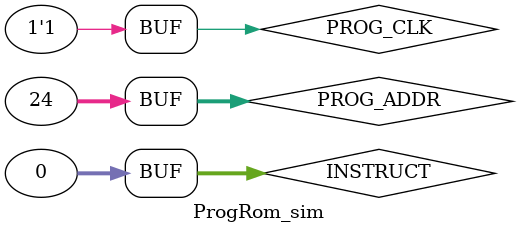
<source format=sv>
`timescale 1ns / 1ps

// Dependencies: 
// 
// Revision:
// Revision 0.01 - File Created
// Additional Comments:
// 
//////////////////////////////////////////////////////////////////////////////////


module ProgRom_sim();

logic PROG_CLK;
logic [31:0] PROG_ADDR = 0;
logic [31:0] INSTRUCT = 0;

ProgRom pRom(.PROG_CLK(PROG_CLK), .PROG_ADDR(PROG_ADDR), .INSTRUCT(INSTRUCT));

always begin
    PROG_CLK = 0; #5;
    PROG_CLK = 1; #5;
end

initial begin
    // Output first 6 instructions 0x0 -> 0x18
    for (int i = 0; i < 7; i++) begin
        PROG_ADDR = i*4; #10;
    end
end


endmodule

</source>
